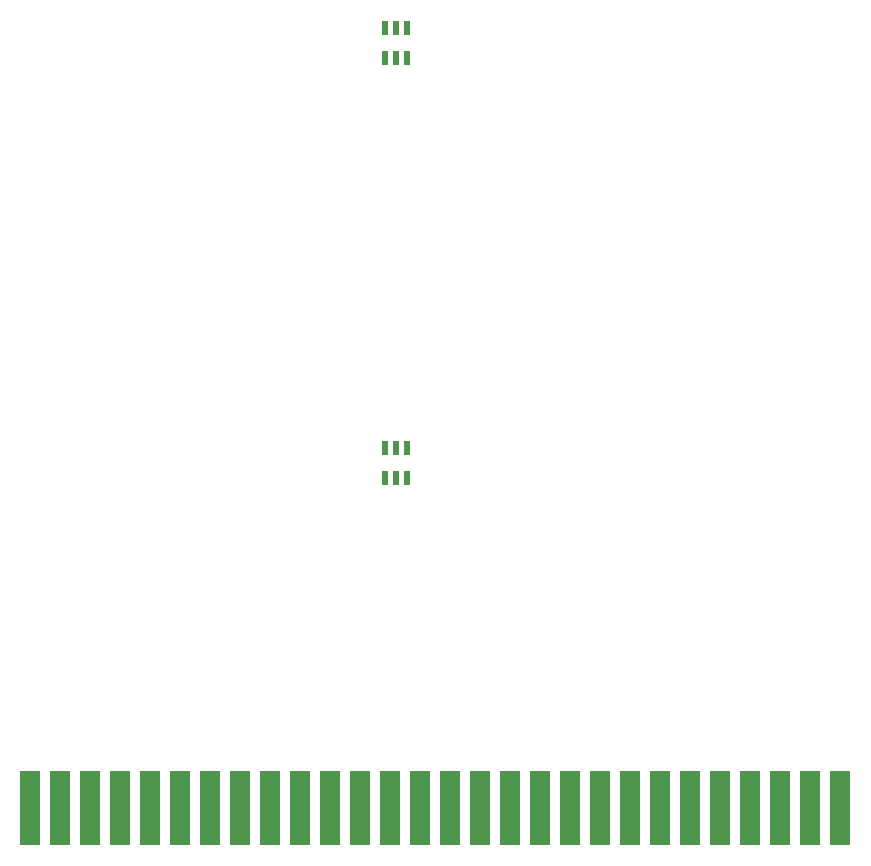
<source format=gtp>
G75*
%MOIN*%
%OFA0B0*%
%FSLAX25Y25*%
%IPPOS*%
%LPD*%
%AMOC8*
5,1,8,0,0,1.08239X$1,22.5*
%
%ADD10R,0.02165X0.04724*%
%ADD11R,0.06500X0.25000*%
D10*
X0184760Y0127381D03*
X0188500Y0127381D03*
X0192240Y0127381D03*
X0192240Y0137619D03*
X0188500Y0137619D03*
X0184760Y0137619D03*
X0184760Y0267381D03*
X0188500Y0267381D03*
X0192240Y0267381D03*
X0192240Y0277619D03*
X0188500Y0277619D03*
X0184760Y0277619D03*
D11*
X0066750Y0017500D03*
X0076750Y0017500D03*
X0086750Y0017500D03*
X0096750Y0017500D03*
X0106750Y0017500D03*
X0116750Y0017500D03*
X0126750Y0017500D03*
X0136750Y0017500D03*
X0146750Y0017500D03*
X0156750Y0017500D03*
X0166750Y0017500D03*
X0176750Y0017500D03*
X0186750Y0017500D03*
X0196750Y0017500D03*
X0206750Y0017500D03*
X0216750Y0017500D03*
X0226750Y0017500D03*
X0236750Y0017500D03*
X0246750Y0017500D03*
X0256750Y0017500D03*
X0266750Y0017500D03*
X0276750Y0017500D03*
X0286750Y0017500D03*
X0296750Y0017500D03*
X0306750Y0017500D03*
X0316750Y0017500D03*
X0326750Y0017500D03*
X0336750Y0017500D03*
M02*

</source>
